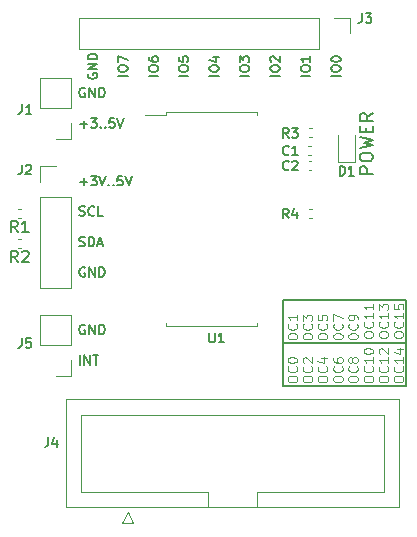
<source format=gbr>
%TF.GenerationSoftware,KiCad,Pcbnew,(6.0.0)*%
%TF.CreationDate,2022-01-19T10:56:36+01:00*%
%TF.ProjectId,CH423_ev_routed,43483432-335f-4657-965f-726f75746564,rev?*%
%TF.SameCoordinates,Original*%
%TF.FileFunction,Legend,Top*%
%TF.FilePolarity,Positive*%
%FSLAX46Y46*%
G04 Gerber Fmt 4.6, Leading zero omitted, Abs format (unit mm)*
G04 Created by KiCad (PCBNEW (6.0.0)) date 2022-01-19 10:56:36*
%MOMM*%
%LPD*%
G01*
G04 APERTURE LIST*
%ADD10C,0.150000*%
%ADD11C,0.100000*%
%ADD12C,0.200000*%
%ADD13C,0.120000*%
G04 APERTURE END LIST*
D10*
X125679200Y-79032100D02*
X115265200Y-79032100D01*
X125679200Y-75412600D02*
X115265200Y-75412600D01*
X115265200Y-75412600D02*
X115265200Y-82651600D01*
X115265200Y-82651600D02*
X125679200Y-82651600D01*
X125679200Y-82651600D02*
X125679200Y-75412600D01*
D11*
X115653104Y-82180242D02*
X115653104Y-82027861D01*
X115691200Y-81951671D01*
X115767390Y-81875480D01*
X115919771Y-81837385D01*
X116186438Y-81837385D01*
X116338819Y-81875480D01*
X116415009Y-81951671D01*
X116453104Y-82027861D01*
X116453104Y-82180242D01*
X116415009Y-82256433D01*
X116338819Y-82332623D01*
X116186438Y-82370719D01*
X115919771Y-82370719D01*
X115767390Y-82332623D01*
X115691200Y-82256433D01*
X115653104Y-82180242D01*
X116376914Y-81037385D02*
X116415009Y-81075480D01*
X116453104Y-81189766D01*
X116453104Y-81265957D01*
X116415009Y-81380242D01*
X116338819Y-81456433D01*
X116262628Y-81494528D01*
X116110247Y-81532623D01*
X115995961Y-81532623D01*
X115843580Y-81494528D01*
X115767390Y-81456433D01*
X115691200Y-81380242D01*
X115653104Y-81265957D01*
X115653104Y-81189766D01*
X115691200Y-81075480D01*
X115729295Y-81037385D01*
X115653104Y-80542147D02*
X115653104Y-80465957D01*
X115691200Y-80389766D01*
X115729295Y-80351671D01*
X115805485Y-80313576D01*
X115957866Y-80275480D01*
X116148342Y-80275480D01*
X116300723Y-80313576D01*
X116376914Y-80351671D01*
X116415009Y-80389766D01*
X116453104Y-80465957D01*
X116453104Y-80542147D01*
X116415009Y-80618338D01*
X116376914Y-80656433D01*
X116300723Y-80694528D01*
X116148342Y-80732623D01*
X115957866Y-80732623D01*
X115805485Y-80694528D01*
X115729295Y-80656433D01*
X115691200Y-80618338D01*
X115653104Y-80542147D01*
X115653104Y-78561195D02*
X115653104Y-78408814D01*
X115691200Y-78332623D01*
X115767390Y-78256433D01*
X115919771Y-78218338D01*
X116186438Y-78218338D01*
X116338819Y-78256433D01*
X116415009Y-78332623D01*
X116453104Y-78408814D01*
X116453104Y-78561195D01*
X116415009Y-78637385D01*
X116338819Y-78713576D01*
X116186438Y-78751671D01*
X115919771Y-78751671D01*
X115767390Y-78713576D01*
X115691200Y-78637385D01*
X115653104Y-78561195D01*
X116376914Y-77418338D02*
X116415009Y-77456433D01*
X116453104Y-77570719D01*
X116453104Y-77646909D01*
X116415009Y-77761195D01*
X116338819Y-77837385D01*
X116262628Y-77875480D01*
X116110247Y-77913576D01*
X115995961Y-77913576D01*
X115843580Y-77875480D01*
X115767390Y-77837385D01*
X115691200Y-77761195D01*
X115653104Y-77646909D01*
X115653104Y-77570719D01*
X115691200Y-77456433D01*
X115729295Y-77418338D01*
X116453104Y-76656433D02*
X116453104Y-77113576D01*
X116453104Y-76885004D02*
X115653104Y-76885004D01*
X115767390Y-76961195D01*
X115843580Y-77037385D01*
X115881676Y-77113576D01*
X116941104Y-82180242D02*
X116941104Y-82027861D01*
X116979200Y-81951671D01*
X117055390Y-81875480D01*
X117207771Y-81837385D01*
X117474438Y-81837385D01*
X117626819Y-81875480D01*
X117703009Y-81951671D01*
X117741104Y-82027861D01*
X117741104Y-82180242D01*
X117703009Y-82256433D01*
X117626819Y-82332623D01*
X117474438Y-82370719D01*
X117207771Y-82370719D01*
X117055390Y-82332623D01*
X116979200Y-82256433D01*
X116941104Y-82180242D01*
X117664914Y-81037385D02*
X117703009Y-81075480D01*
X117741104Y-81189766D01*
X117741104Y-81265957D01*
X117703009Y-81380242D01*
X117626819Y-81456433D01*
X117550628Y-81494528D01*
X117398247Y-81532623D01*
X117283961Y-81532623D01*
X117131580Y-81494528D01*
X117055390Y-81456433D01*
X116979200Y-81380242D01*
X116941104Y-81265957D01*
X116941104Y-81189766D01*
X116979200Y-81075480D01*
X117017295Y-81037385D01*
X117017295Y-80732623D02*
X116979200Y-80694528D01*
X116941104Y-80618338D01*
X116941104Y-80427861D01*
X116979200Y-80351671D01*
X117017295Y-80313576D01*
X117093485Y-80275480D01*
X117169676Y-80275480D01*
X117283961Y-80313576D01*
X117741104Y-80770719D01*
X117741104Y-80275480D01*
X116941104Y-78561195D02*
X116941104Y-78408814D01*
X116979200Y-78332623D01*
X117055390Y-78256433D01*
X117207771Y-78218338D01*
X117474438Y-78218338D01*
X117626819Y-78256433D01*
X117703009Y-78332623D01*
X117741104Y-78408814D01*
X117741104Y-78561195D01*
X117703009Y-78637385D01*
X117626819Y-78713576D01*
X117474438Y-78751671D01*
X117207771Y-78751671D01*
X117055390Y-78713576D01*
X116979200Y-78637385D01*
X116941104Y-78561195D01*
X117664914Y-77418338D02*
X117703009Y-77456433D01*
X117741104Y-77570719D01*
X117741104Y-77646909D01*
X117703009Y-77761195D01*
X117626819Y-77837385D01*
X117550628Y-77875480D01*
X117398247Y-77913576D01*
X117283961Y-77913576D01*
X117131580Y-77875480D01*
X117055390Y-77837385D01*
X116979200Y-77761195D01*
X116941104Y-77646909D01*
X116941104Y-77570719D01*
X116979200Y-77456433D01*
X117017295Y-77418338D01*
X116941104Y-77151671D02*
X116941104Y-76656433D01*
X117245866Y-76923100D01*
X117245866Y-76808814D01*
X117283961Y-76732623D01*
X117322057Y-76694528D01*
X117398247Y-76656433D01*
X117588723Y-76656433D01*
X117664914Y-76694528D01*
X117703009Y-76732623D01*
X117741104Y-76808814D01*
X117741104Y-77037385D01*
X117703009Y-77113576D01*
X117664914Y-77151671D01*
X118229104Y-82180242D02*
X118229104Y-82027861D01*
X118267200Y-81951671D01*
X118343390Y-81875480D01*
X118495771Y-81837385D01*
X118762438Y-81837385D01*
X118914819Y-81875480D01*
X118991009Y-81951671D01*
X119029104Y-82027861D01*
X119029104Y-82180242D01*
X118991009Y-82256433D01*
X118914819Y-82332623D01*
X118762438Y-82370719D01*
X118495771Y-82370719D01*
X118343390Y-82332623D01*
X118267200Y-82256433D01*
X118229104Y-82180242D01*
X118952914Y-81037385D02*
X118991009Y-81075480D01*
X119029104Y-81189766D01*
X119029104Y-81265957D01*
X118991009Y-81380242D01*
X118914819Y-81456433D01*
X118838628Y-81494528D01*
X118686247Y-81532623D01*
X118571961Y-81532623D01*
X118419580Y-81494528D01*
X118343390Y-81456433D01*
X118267200Y-81380242D01*
X118229104Y-81265957D01*
X118229104Y-81189766D01*
X118267200Y-81075480D01*
X118305295Y-81037385D01*
X118495771Y-80351671D02*
X119029104Y-80351671D01*
X118191009Y-80542147D02*
X118762438Y-80732623D01*
X118762438Y-80237385D01*
X118229104Y-78561195D02*
X118229104Y-78408814D01*
X118267200Y-78332623D01*
X118343390Y-78256433D01*
X118495771Y-78218338D01*
X118762438Y-78218338D01*
X118914819Y-78256433D01*
X118991009Y-78332623D01*
X119029104Y-78408814D01*
X119029104Y-78561195D01*
X118991009Y-78637385D01*
X118914819Y-78713576D01*
X118762438Y-78751671D01*
X118495771Y-78751671D01*
X118343390Y-78713576D01*
X118267200Y-78637385D01*
X118229104Y-78561195D01*
X118952914Y-77418338D02*
X118991009Y-77456433D01*
X119029104Y-77570719D01*
X119029104Y-77646909D01*
X118991009Y-77761195D01*
X118914819Y-77837385D01*
X118838628Y-77875480D01*
X118686247Y-77913576D01*
X118571961Y-77913576D01*
X118419580Y-77875480D01*
X118343390Y-77837385D01*
X118267200Y-77761195D01*
X118229104Y-77646909D01*
X118229104Y-77570719D01*
X118267200Y-77456433D01*
X118305295Y-77418338D01*
X118229104Y-76694528D02*
X118229104Y-77075480D01*
X118610057Y-77113576D01*
X118571961Y-77075480D01*
X118533866Y-76999290D01*
X118533866Y-76808814D01*
X118571961Y-76732623D01*
X118610057Y-76694528D01*
X118686247Y-76656433D01*
X118876723Y-76656433D01*
X118952914Y-76694528D01*
X118991009Y-76732623D01*
X119029104Y-76808814D01*
X119029104Y-76999290D01*
X118991009Y-77075480D01*
X118952914Y-77113576D01*
X119517104Y-82180242D02*
X119517104Y-82027861D01*
X119555200Y-81951671D01*
X119631390Y-81875480D01*
X119783771Y-81837385D01*
X120050438Y-81837385D01*
X120202819Y-81875480D01*
X120279009Y-81951671D01*
X120317104Y-82027861D01*
X120317104Y-82180242D01*
X120279009Y-82256433D01*
X120202819Y-82332623D01*
X120050438Y-82370719D01*
X119783771Y-82370719D01*
X119631390Y-82332623D01*
X119555200Y-82256433D01*
X119517104Y-82180242D01*
X120240914Y-81037385D02*
X120279009Y-81075480D01*
X120317104Y-81189766D01*
X120317104Y-81265957D01*
X120279009Y-81380242D01*
X120202819Y-81456433D01*
X120126628Y-81494528D01*
X119974247Y-81532623D01*
X119859961Y-81532623D01*
X119707580Y-81494528D01*
X119631390Y-81456433D01*
X119555200Y-81380242D01*
X119517104Y-81265957D01*
X119517104Y-81189766D01*
X119555200Y-81075480D01*
X119593295Y-81037385D01*
X119517104Y-80351671D02*
X119517104Y-80504052D01*
X119555200Y-80580242D01*
X119593295Y-80618338D01*
X119707580Y-80694528D01*
X119859961Y-80732623D01*
X120164723Y-80732623D01*
X120240914Y-80694528D01*
X120279009Y-80656433D01*
X120317104Y-80580242D01*
X120317104Y-80427861D01*
X120279009Y-80351671D01*
X120240914Y-80313576D01*
X120164723Y-80275480D01*
X119974247Y-80275480D01*
X119898057Y-80313576D01*
X119859961Y-80351671D01*
X119821866Y-80427861D01*
X119821866Y-80580242D01*
X119859961Y-80656433D01*
X119898057Y-80694528D01*
X119974247Y-80732623D01*
X119517104Y-78561195D02*
X119517104Y-78408814D01*
X119555200Y-78332623D01*
X119631390Y-78256433D01*
X119783771Y-78218338D01*
X120050438Y-78218338D01*
X120202819Y-78256433D01*
X120279009Y-78332623D01*
X120317104Y-78408814D01*
X120317104Y-78561195D01*
X120279009Y-78637385D01*
X120202819Y-78713576D01*
X120050438Y-78751671D01*
X119783771Y-78751671D01*
X119631390Y-78713576D01*
X119555200Y-78637385D01*
X119517104Y-78561195D01*
X120240914Y-77418338D02*
X120279009Y-77456433D01*
X120317104Y-77570719D01*
X120317104Y-77646909D01*
X120279009Y-77761195D01*
X120202819Y-77837385D01*
X120126628Y-77875480D01*
X119974247Y-77913576D01*
X119859961Y-77913576D01*
X119707580Y-77875480D01*
X119631390Y-77837385D01*
X119555200Y-77761195D01*
X119517104Y-77646909D01*
X119517104Y-77570719D01*
X119555200Y-77456433D01*
X119593295Y-77418338D01*
X119517104Y-77151671D02*
X119517104Y-76618338D01*
X120317104Y-76961195D01*
X120805104Y-82180242D02*
X120805104Y-82027861D01*
X120843200Y-81951671D01*
X120919390Y-81875480D01*
X121071771Y-81837385D01*
X121338438Y-81837385D01*
X121490819Y-81875480D01*
X121567009Y-81951671D01*
X121605104Y-82027861D01*
X121605104Y-82180242D01*
X121567009Y-82256433D01*
X121490819Y-82332623D01*
X121338438Y-82370719D01*
X121071771Y-82370719D01*
X120919390Y-82332623D01*
X120843200Y-82256433D01*
X120805104Y-82180242D01*
X121528914Y-81037385D02*
X121567009Y-81075480D01*
X121605104Y-81189766D01*
X121605104Y-81265957D01*
X121567009Y-81380242D01*
X121490819Y-81456433D01*
X121414628Y-81494528D01*
X121262247Y-81532623D01*
X121147961Y-81532623D01*
X120995580Y-81494528D01*
X120919390Y-81456433D01*
X120843200Y-81380242D01*
X120805104Y-81265957D01*
X120805104Y-81189766D01*
X120843200Y-81075480D01*
X120881295Y-81037385D01*
X121147961Y-80580242D02*
X121109866Y-80656433D01*
X121071771Y-80694528D01*
X120995580Y-80732623D01*
X120957485Y-80732623D01*
X120881295Y-80694528D01*
X120843200Y-80656433D01*
X120805104Y-80580242D01*
X120805104Y-80427861D01*
X120843200Y-80351671D01*
X120881295Y-80313576D01*
X120957485Y-80275480D01*
X120995580Y-80275480D01*
X121071771Y-80313576D01*
X121109866Y-80351671D01*
X121147961Y-80427861D01*
X121147961Y-80580242D01*
X121186057Y-80656433D01*
X121224152Y-80694528D01*
X121300342Y-80732623D01*
X121452723Y-80732623D01*
X121528914Y-80694528D01*
X121567009Y-80656433D01*
X121605104Y-80580242D01*
X121605104Y-80427861D01*
X121567009Y-80351671D01*
X121528914Y-80313576D01*
X121452723Y-80275480D01*
X121300342Y-80275480D01*
X121224152Y-80313576D01*
X121186057Y-80351671D01*
X121147961Y-80427861D01*
X120805104Y-78561195D02*
X120805104Y-78408814D01*
X120843200Y-78332623D01*
X120919390Y-78256433D01*
X121071771Y-78218338D01*
X121338438Y-78218338D01*
X121490819Y-78256433D01*
X121567009Y-78332623D01*
X121605104Y-78408814D01*
X121605104Y-78561195D01*
X121567009Y-78637385D01*
X121490819Y-78713576D01*
X121338438Y-78751671D01*
X121071771Y-78751671D01*
X120919390Y-78713576D01*
X120843200Y-78637385D01*
X120805104Y-78561195D01*
X121528914Y-77418338D02*
X121567009Y-77456433D01*
X121605104Y-77570719D01*
X121605104Y-77646909D01*
X121567009Y-77761195D01*
X121490819Y-77837385D01*
X121414628Y-77875480D01*
X121262247Y-77913576D01*
X121147961Y-77913576D01*
X120995580Y-77875480D01*
X120919390Y-77837385D01*
X120843200Y-77761195D01*
X120805104Y-77646909D01*
X120805104Y-77570719D01*
X120843200Y-77456433D01*
X120881295Y-77418338D01*
X121605104Y-77037385D02*
X121605104Y-76885004D01*
X121567009Y-76808814D01*
X121528914Y-76770719D01*
X121414628Y-76694528D01*
X121262247Y-76656433D01*
X120957485Y-76656433D01*
X120881295Y-76694528D01*
X120843200Y-76732623D01*
X120805104Y-76808814D01*
X120805104Y-76961195D01*
X120843200Y-77037385D01*
X120881295Y-77075480D01*
X120957485Y-77113576D01*
X121147961Y-77113576D01*
X121224152Y-77075480D01*
X121262247Y-77037385D01*
X121300342Y-76961195D01*
X121300342Y-76808814D01*
X121262247Y-76732623D01*
X121224152Y-76694528D01*
X121147961Y-76656433D01*
X122093104Y-82180242D02*
X122093104Y-82027861D01*
X122131200Y-81951671D01*
X122207390Y-81875480D01*
X122359771Y-81837385D01*
X122626438Y-81837385D01*
X122778819Y-81875480D01*
X122855009Y-81951671D01*
X122893104Y-82027861D01*
X122893104Y-82180242D01*
X122855009Y-82256433D01*
X122778819Y-82332623D01*
X122626438Y-82370719D01*
X122359771Y-82370719D01*
X122207390Y-82332623D01*
X122131200Y-82256433D01*
X122093104Y-82180242D01*
X122816914Y-81037385D02*
X122855009Y-81075480D01*
X122893104Y-81189766D01*
X122893104Y-81265957D01*
X122855009Y-81380242D01*
X122778819Y-81456433D01*
X122702628Y-81494528D01*
X122550247Y-81532623D01*
X122435961Y-81532623D01*
X122283580Y-81494528D01*
X122207390Y-81456433D01*
X122131200Y-81380242D01*
X122093104Y-81265957D01*
X122093104Y-81189766D01*
X122131200Y-81075480D01*
X122169295Y-81037385D01*
X122893104Y-80275480D02*
X122893104Y-80732623D01*
X122893104Y-80504052D02*
X122093104Y-80504052D01*
X122207390Y-80580242D01*
X122283580Y-80656433D01*
X122321676Y-80732623D01*
X122093104Y-79780242D02*
X122093104Y-79704052D01*
X122131200Y-79627861D01*
X122169295Y-79589766D01*
X122245485Y-79551671D01*
X122397866Y-79513576D01*
X122588342Y-79513576D01*
X122740723Y-79551671D01*
X122816914Y-79589766D01*
X122855009Y-79627861D01*
X122893104Y-79704052D01*
X122893104Y-79780242D01*
X122855009Y-79856433D01*
X122816914Y-79894528D01*
X122740723Y-79932623D01*
X122588342Y-79970719D01*
X122397866Y-79970719D01*
X122245485Y-79932623D01*
X122169295Y-79894528D01*
X122131200Y-79856433D01*
X122093104Y-79780242D01*
X122093104Y-78408814D02*
X122093104Y-78256433D01*
X122131200Y-78180242D01*
X122207390Y-78104052D01*
X122359771Y-78065957D01*
X122626438Y-78065957D01*
X122778819Y-78104052D01*
X122855009Y-78180242D01*
X122893104Y-78256433D01*
X122893104Y-78408814D01*
X122855009Y-78485004D01*
X122778819Y-78561195D01*
X122626438Y-78599290D01*
X122359771Y-78599290D01*
X122207390Y-78561195D01*
X122131200Y-78485004D01*
X122093104Y-78408814D01*
X122816914Y-77265957D02*
X122855009Y-77304052D01*
X122893104Y-77418338D01*
X122893104Y-77494528D01*
X122855009Y-77608814D01*
X122778819Y-77685004D01*
X122702628Y-77723100D01*
X122550247Y-77761195D01*
X122435961Y-77761195D01*
X122283580Y-77723100D01*
X122207390Y-77685004D01*
X122131200Y-77608814D01*
X122093104Y-77494528D01*
X122093104Y-77418338D01*
X122131200Y-77304052D01*
X122169295Y-77265957D01*
X122893104Y-76504052D02*
X122893104Y-76961195D01*
X122893104Y-76732623D02*
X122093104Y-76732623D01*
X122207390Y-76808814D01*
X122283580Y-76885004D01*
X122321676Y-76961195D01*
X122893104Y-75742147D02*
X122893104Y-76199290D01*
X122893104Y-75970719D02*
X122093104Y-75970719D01*
X122207390Y-76046909D01*
X122283580Y-76123100D01*
X122321676Y-76199290D01*
X123381104Y-82180242D02*
X123381104Y-82027861D01*
X123419200Y-81951671D01*
X123495390Y-81875480D01*
X123647771Y-81837385D01*
X123914438Y-81837385D01*
X124066819Y-81875480D01*
X124143009Y-81951671D01*
X124181104Y-82027861D01*
X124181104Y-82180242D01*
X124143009Y-82256433D01*
X124066819Y-82332623D01*
X123914438Y-82370719D01*
X123647771Y-82370719D01*
X123495390Y-82332623D01*
X123419200Y-82256433D01*
X123381104Y-82180242D01*
X124104914Y-81037385D02*
X124143009Y-81075480D01*
X124181104Y-81189766D01*
X124181104Y-81265957D01*
X124143009Y-81380242D01*
X124066819Y-81456433D01*
X123990628Y-81494528D01*
X123838247Y-81532623D01*
X123723961Y-81532623D01*
X123571580Y-81494528D01*
X123495390Y-81456433D01*
X123419200Y-81380242D01*
X123381104Y-81265957D01*
X123381104Y-81189766D01*
X123419200Y-81075480D01*
X123457295Y-81037385D01*
X124181104Y-80275480D02*
X124181104Y-80732623D01*
X124181104Y-80504052D02*
X123381104Y-80504052D01*
X123495390Y-80580242D01*
X123571580Y-80656433D01*
X123609676Y-80732623D01*
X123457295Y-79970719D02*
X123419200Y-79932623D01*
X123381104Y-79856433D01*
X123381104Y-79665957D01*
X123419200Y-79589766D01*
X123457295Y-79551671D01*
X123533485Y-79513576D01*
X123609676Y-79513576D01*
X123723961Y-79551671D01*
X124181104Y-80008814D01*
X124181104Y-79513576D01*
X123381104Y-78408814D02*
X123381104Y-78256433D01*
X123419200Y-78180242D01*
X123495390Y-78104052D01*
X123647771Y-78065957D01*
X123914438Y-78065957D01*
X124066819Y-78104052D01*
X124143009Y-78180242D01*
X124181104Y-78256433D01*
X124181104Y-78408814D01*
X124143009Y-78485004D01*
X124066819Y-78561195D01*
X123914438Y-78599290D01*
X123647771Y-78599290D01*
X123495390Y-78561195D01*
X123419200Y-78485004D01*
X123381104Y-78408814D01*
X124104914Y-77265957D02*
X124143009Y-77304052D01*
X124181104Y-77418338D01*
X124181104Y-77494528D01*
X124143009Y-77608814D01*
X124066819Y-77685004D01*
X123990628Y-77723100D01*
X123838247Y-77761195D01*
X123723961Y-77761195D01*
X123571580Y-77723100D01*
X123495390Y-77685004D01*
X123419200Y-77608814D01*
X123381104Y-77494528D01*
X123381104Y-77418338D01*
X123419200Y-77304052D01*
X123457295Y-77265957D01*
X124181104Y-76504052D02*
X124181104Y-76961195D01*
X124181104Y-76732623D02*
X123381104Y-76732623D01*
X123495390Y-76808814D01*
X123571580Y-76885004D01*
X123609676Y-76961195D01*
X123381104Y-76237385D02*
X123381104Y-75742147D01*
X123685866Y-76008814D01*
X123685866Y-75894528D01*
X123723961Y-75818338D01*
X123762057Y-75780242D01*
X123838247Y-75742147D01*
X124028723Y-75742147D01*
X124104914Y-75780242D01*
X124143009Y-75818338D01*
X124181104Y-75894528D01*
X124181104Y-76123100D01*
X124143009Y-76199290D01*
X124104914Y-76237385D01*
X124669104Y-82180242D02*
X124669104Y-82027861D01*
X124707200Y-81951671D01*
X124783390Y-81875480D01*
X124935771Y-81837385D01*
X125202438Y-81837385D01*
X125354819Y-81875480D01*
X125431009Y-81951671D01*
X125469104Y-82027861D01*
X125469104Y-82180242D01*
X125431009Y-82256433D01*
X125354819Y-82332623D01*
X125202438Y-82370719D01*
X124935771Y-82370719D01*
X124783390Y-82332623D01*
X124707200Y-82256433D01*
X124669104Y-82180242D01*
X125392914Y-81037385D02*
X125431009Y-81075480D01*
X125469104Y-81189766D01*
X125469104Y-81265957D01*
X125431009Y-81380242D01*
X125354819Y-81456433D01*
X125278628Y-81494528D01*
X125126247Y-81532623D01*
X125011961Y-81532623D01*
X124859580Y-81494528D01*
X124783390Y-81456433D01*
X124707200Y-81380242D01*
X124669104Y-81265957D01*
X124669104Y-81189766D01*
X124707200Y-81075480D01*
X124745295Y-81037385D01*
X125469104Y-80275480D02*
X125469104Y-80732623D01*
X125469104Y-80504052D02*
X124669104Y-80504052D01*
X124783390Y-80580242D01*
X124859580Y-80656433D01*
X124897676Y-80732623D01*
X124935771Y-79589766D02*
X125469104Y-79589766D01*
X124631009Y-79780242D02*
X125202438Y-79970719D01*
X125202438Y-79475480D01*
X124669104Y-78408814D02*
X124669104Y-78256433D01*
X124707200Y-78180242D01*
X124783390Y-78104052D01*
X124935771Y-78065957D01*
X125202438Y-78065957D01*
X125354819Y-78104052D01*
X125431009Y-78180242D01*
X125469104Y-78256433D01*
X125469104Y-78408814D01*
X125431009Y-78485004D01*
X125354819Y-78561195D01*
X125202438Y-78599290D01*
X124935771Y-78599290D01*
X124783390Y-78561195D01*
X124707200Y-78485004D01*
X124669104Y-78408814D01*
X125392914Y-77265957D02*
X125431009Y-77304052D01*
X125469104Y-77418338D01*
X125469104Y-77494528D01*
X125431009Y-77608814D01*
X125354819Y-77685004D01*
X125278628Y-77723100D01*
X125126247Y-77761195D01*
X125011961Y-77761195D01*
X124859580Y-77723100D01*
X124783390Y-77685004D01*
X124707200Y-77608814D01*
X124669104Y-77494528D01*
X124669104Y-77418338D01*
X124707200Y-77304052D01*
X124745295Y-77265957D01*
X125469104Y-76504052D02*
X125469104Y-76961195D01*
X125469104Y-76732623D02*
X124669104Y-76732623D01*
X124783390Y-76808814D01*
X124859580Y-76885004D01*
X124897676Y-76961195D01*
X124669104Y-75780242D02*
X124669104Y-76161195D01*
X125050057Y-76199290D01*
X125011961Y-76161195D01*
X124973866Y-76085004D01*
X124973866Y-75894528D01*
X125011961Y-75818338D01*
X125050057Y-75780242D01*
X125126247Y-75742147D01*
X125316723Y-75742147D01*
X125392914Y-75780242D01*
X125431009Y-75818338D01*
X125469104Y-75894528D01*
X125469104Y-76085004D01*
X125431009Y-76161195D01*
X125392914Y-76199290D01*
D10*
X98497023Y-77560000D02*
X98420833Y-77521904D01*
X98306547Y-77521904D01*
X98192261Y-77560000D01*
X98116071Y-77636190D01*
X98077976Y-77712380D01*
X98039880Y-77864761D01*
X98039880Y-77979047D01*
X98077976Y-78131428D01*
X98116071Y-78207619D01*
X98192261Y-78283809D01*
X98306547Y-78321904D01*
X98382738Y-78321904D01*
X98497023Y-78283809D01*
X98535119Y-78245714D01*
X98535119Y-77979047D01*
X98382738Y-77979047D01*
X98877976Y-78321904D02*
X98877976Y-77521904D01*
X99335119Y-78321904D01*
X99335119Y-77521904D01*
X99716071Y-78321904D02*
X99716071Y-77521904D01*
X99906547Y-77521904D01*
X100020833Y-77560000D01*
X100097023Y-77636190D01*
X100135119Y-77712380D01*
X100173214Y-77864761D01*
X100173214Y-77979047D01*
X100135119Y-78131428D01*
X100097023Y-78207619D01*
X100020833Y-78283809D01*
X99906547Y-78321904D01*
X99716071Y-78321904D01*
X98077976Y-80897904D02*
X98077976Y-80097904D01*
X98458928Y-80897904D02*
X98458928Y-80097904D01*
X98916071Y-80897904D01*
X98916071Y-80097904D01*
X99182738Y-80097904D02*
X99639880Y-80097904D01*
X99411309Y-80897904D02*
X99411309Y-80097904D01*
X98497023Y-57494000D02*
X98420833Y-57455904D01*
X98306547Y-57455904D01*
X98192261Y-57494000D01*
X98116071Y-57570190D01*
X98077976Y-57646380D01*
X98039880Y-57798761D01*
X98039880Y-57913047D01*
X98077976Y-58065428D01*
X98116071Y-58141619D01*
X98192261Y-58217809D01*
X98306547Y-58255904D01*
X98382738Y-58255904D01*
X98497023Y-58217809D01*
X98535119Y-58179714D01*
X98535119Y-57913047D01*
X98382738Y-57913047D01*
X98877976Y-58255904D02*
X98877976Y-57455904D01*
X99335119Y-58255904D01*
X99335119Y-57455904D01*
X99716071Y-58255904D02*
X99716071Y-57455904D01*
X99906547Y-57455904D01*
X100020833Y-57494000D01*
X100097023Y-57570190D01*
X100135119Y-57646380D01*
X100173214Y-57798761D01*
X100173214Y-57913047D01*
X100135119Y-58065428D01*
X100097023Y-58141619D01*
X100020833Y-58217809D01*
X99906547Y-58255904D01*
X99716071Y-58255904D01*
X98077976Y-60527142D02*
X98687500Y-60527142D01*
X98382738Y-60831904D02*
X98382738Y-60222380D01*
X98992261Y-60031904D02*
X99487500Y-60031904D01*
X99220833Y-60336666D01*
X99335119Y-60336666D01*
X99411309Y-60374761D01*
X99449404Y-60412857D01*
X99487500Y-60489047D01*
X99487500Y-60679523D01*
X99449404Y-60755714D01*
X99411309Y-60793809D01*
X99335119Y-60831904D01*
X99106547Y-60831904D01*
X99030357Y-60793809D01*
X98992261Y-60755714D01*
X99830357Y-60755714D02*
X99868452Y-60793809D01*
X99830357Y-60831904D01*
X99792261Y-60793809D01*
X99830357Y-60755714D01*
X99830357Y-60831904D01*
X100211309Y-60755714D02*
X100249404Y-60793809D01*
X100211309Y-60831904D01*
X100173214Y-60793809D01*
X100211309Y-60755714D01*
X100211309Y-60831904D01*
X100973214Y-60031904D02*
X100592261Y-60031904D01*
X100554166Y-60412857D01*
X100592261Y-60374761D01*
X100668452Y-60336666D01*
X100858928Y-60336666D01*
X100935119Y-60374761D01*
X100973214Y-60412857D01*
X101011309Y-60489047D01*
X101011309Y-60679523D01*
X100973214Y-60755714D01*
X100935119Y-60793809D01*
X100858928Y-60831904D01*
X100668452Y-60831904D01*
X100592261Y-60793809D01*
X100554166Y-60755714D01*
X101239880Y-60031904D02*
X101506547Y-60831904D01*
X101773214Y-60031904D01*
X98077976Y-65408142D02*
X98687500Y-65408142D01*
X98382738Y-65712904D02*
X98382738Y-65103380D01*
X98992261Y-64912904D02*
X99487500Y-64912904D01*
X99220833Y-65217666D01*
X99335119Y-65217666D01*
X99411309Y-65255761D01*
X99449404Y-65293857D01*
X99487500Y-65370047D01*
X99487500Y-65560523D01*
X99449404Y-65636714D01*
X99411309Y-65674809D01*
X99335119Y-65712904D01*
X99106547Y-65712904D01*
X99030357Y-65674809D01*
X98992261Y-65636714D01*
X99716071Y-64912904D02*
X99982738Y-65712904D01*
X100249404Y-64912904D01*
X100516071Y-65636714D02*
X100554166Y-65674809D01*
X100516071Y-65712904D01*
X100477976Y-65674809D01*
X100516071Y-65636714D01*
X100516071Y-65712904D01*
X100897023Y-65636714D02*
X100935119Y-65674809D01*
X100897023Y-65712904D01*
X100858928Y-65674809D01*
X100897023Y-65636714D01*
X100897023Y-65712904D01*
X101658928Y-64912904D02*
X101277976Y-64912904D01*
X101239880Y-65293857D01*
X101277976Y-65255761D01*
X101354166Y-65217666D01*
X101544642Y-65217666D01*
X101620833Y-65255761D01*
X101658928Y-65293857D01*
X101697023Y-65370047D01*
X101697023Y-65560523D01*
X101658928Y-65636714D01*
X101620833Y-65674809D01*
X101544642Y-65712904D01*
X101354166Y-65712904D01*
X101277976Y-65674809D01*
X101239880Y-65636714D01*
X101925595Y-64912904D02*
X102192261Y-65712904D01*
X102458928Y-64912904D01*
X98039880Y-68250809D02*
X98154166Y-68288904D01*
X98344642Y-68288904D01*
X98420833Y-68250809D01*
X98458928Y-68212714D01*
X98497023Y-68136523D01*
X98497023Y-68060333D01*
X98458928Y-67984142D01*
X98420833Y-67946047D01*
X98344642Y-67907952D01*
X98192261Y-67869857D01*
X98116071Y-67831761D01*
X98077976Y-67793666D01*
X98039880Y-67717476D01*
X98039880Y-67641285D01*
X98077976Y-67565095D01*
X98116071Y-67527000D01*
X98192261Y-67488904D01*
X98382738Y-67488904D01*
X98497023Y-67527000D01*
X99297023Y-68212714D02*
X99258928Y-68250809D01*
X99144642Y-68288904D01*
X99068452Y-68288904D01*
X98954166Y-68250809D01*
X98877976Y-68174619D01*
X98839880Y-68098428D01*
X98801785Y-67946047D01*
X98801785Y-67831761D01*
X98839880Y-67679380D01*
X98877976Y-67603190D01*
X98954166Y-67527000D01*
X99068452Y-67488904D01*
X99144642Y-67488904D01*
X99258928Y-67527000D01*
X99297023Y-67565095D01*
X100020833Y-68288904D02*
X99639880Y-68288904D01*
X99639880Y-67488904D01*
X98039880Y-70826809D02*
X98154166Y-70864904D01*
X98344642Y-70864904D01*
X98420833Y-70826809D01*
X98458928Y-70788714D01*
X98497023Y-70712523D01*
X98497023Y-70636333D01*
X98458928Y-70560142D01*
X98420833Y-70522047D01*
X98344642Y-70483952D01*
X98192261Y-70445857D01*
X98116071Y-70407761D01*
X98077976Y-70369666D01*
X98039880Y-70293476D01*
X98039880Y-70217285D01*
X98077976Y-70141095D01*
X98116071Y-70103000D01*
X98192261Y-70064904D01*
X98382738Y-70064904D01*
X98497023Y-70103000D01*
X98839880Y-70864904D02*
X98839880Y-70064904D01*
X99030357Y-70064904D01*
X99144642Y-70103000D01*
X99220833Y-70179190D01*
X99258928Y-70255380D01*
X99297023Y-70407761D01*
X99297023Y-70522047D01*
X99258928Y-70674428D01*
X99220833Y-70750619D01*
X99144642Y-70826809D01*
X99030357Y-70864904D01*
X98839880Y-70864904D01*
X99601785Y-70636333D02*
X99982738Y-70636333D01*
X99525595Y-70864904D02*
X99792261Y-70064904D01*
X100058928Y-70864904D01*
X98497023Y-72679000D02*
X98420833Y-72640904D01*
X98306547Y-72640904D01*
X98192261Y-72679000D01*
X98116071Y-72755190D01*
X98077976Y-72831380D01*
X98039880Y-72983761D01*
X98039880Y-73098047D01*
X98077976Y-73250428D01*
X98116071Y-73326619D01*
X98192261Y-73402809D01*
X98306547Y-73440904D01*
X98382738Y-73440904D01*
X98497023Y-73402809D01*
X98535119Y-73364714D01*
X98535119Y-73098047D01*
X98382738Y-73098047D01*
X98877976Y-73440904D02*
X98877976Y-72640904D01*
X99335119Y-73440904D01*
X99335119Y-72640904D01*
X99716071Y-73440904D02*
X99716071Y-72640904D01*
X99906547Y-72640904D01*
X100020833Y-72679000D01*
X100097023Y-72755190D01*
X100135119Y-72831380D01*
X100173214Y-72983761D01*
X100173214Y-73098047D01*
X100135119Y-73250428D01*
X100097023Y-73326619D01*
X100020833Y-73402809D01*
X99906547Y-73440904D01*
X99716071Y-73440904D01*
X98770000Y-56235523D02*
X98731904Y-56311714D01*
X98731904Y-56426000D01*
X98770000Y-56540285D01*
X98846190Y-56616476D01*
X98922380Y-56654571D01*
X99074761Y-56692666D01*
X99189047Y-56692666D01*
X99341428Y-56654571D01*
X99417619Y-56616476D01*
X99493809Y-56540285D01*
X99531904Y-56426000D01*
X99531904Y-56349809D01*
X99493809Y-56235523D01*
X99455714Y-56197428D01*
X99189047Y-56197428D01*
X99189047Y-56349809D01*
X99531904Y-55854571D02*
X98731904Y-55854571D01*
X99531904Y-55397428D01*
X98731904Y-55397428D01*
X99531904Y-55016476D02*
X98731904Y-55016476D01*
X98731904Y-54826000D01*
X98770000Y-54711714D01*
X98846190Y-54635523D01*
X98922380Y-54597428D01*
X99074761Y-54559333D01*
X99189047Y-54559333D01*
X99341428Y-54597428D01*
X99417619Y-54635523D01*
X99493809Y-54711714D01*
X99531904Y-54826000D01*
X99531904Y-55016476D01*
X102107904Y-56426000D02*
X101307904Y-56426000D01*
X101307904Y-55892666D02*
X101307904Y-55740285D01*
X101346000Y-55664095D01*
X101422190Y-55587904D01*
X101574571Y-55549809D01*
X101841238Y-55549809D01*
X101993619Y-55587904D01*
X102069809Y-55664095D01*
X102107904Y-55740285D01*
X102107904Y-55892666D01*
X102069809Y-55968857D01*
X101993619Y-56045047D01*
X101841238Y-56083142D01*
X101574571Y-56083142D01*
X101422190Y-56045047D01*
X101346000Y-55968857D01*
X101307904Y-55892666D01*
X101307904Y-55283142D02*
X101307904Y-54749809D01*
X102107904Y-55092666D01*
X104683904Y-56426000D02*
X103883904Y-56426000D01*
X103883904Y-55892666D02*
X103883904Y-55740285D01*
X103922000Y-55664095D01*
X103998190Y-55587904D01*
X104150571Y-55549809D01*
X104417238Y-55549809D01*
X104569619Y-55587904D01*
X104645809Y-55664095D01*
X104683904Y-55740285D01*
X104683904Y-55892666D01*
X104645809Y-55968857D01*
X104569619Y-56045047D01*
X104417238Y-56083142D01*
X104150571Y-56083142D01*
X103998190Y-56045047D01*
X103922000Y-55968857D01*
X103883904Y-55892666D01*
X103883904Y-54864095D02*
X103883904Y-55016476D01*
X103922000Y-55092666D01*
X103960095Y-55130761D01*
X104074380Y-55206952D01*
X104226761Y-55245047D01*
X104531523Y-55245047D01*
X104607714Y-55206952D01*
X104645809Y-55168857D01*
X104683904Y-55092666D01*
X104683904Y-54940285D01*
X104645809Y-54864095D01*
X104607714Y-54826000D01*
X104531523Y-54787904D01*
X104341047Y-54787904D01*
X104264857Y-54826000D01*
X104226761Y-54864095D01*
X104188666Y-54940285D01*
X104188666Y-55092666D01*
X104226761Y-55168857D01*
X104264857Y-55206952D01*
X104341047Y-55245047D01*
X107259904Y-56426000D02*
X106459904Y-56426000D01*
X106459904Y-55892666D02*
X106459904Y-55740285D01*
X106498000Y-55664095D01*
X106574190Y-55587904D01*
X106726571Y-55549809D01*
X106993238Y-55549809D01*
X107145619Y-55587904D01*
X107221809Y-55664095D01*
X107259904Y-55740285D01*
X107259904Y-55892666D01*
X107221809Y-55968857D01*
X107145619Y-56045047D01*
X106993238Y-56083142D01*
X106726571Y-56083142D01*
X106574190Y-56045047D01*
X106498000Y-55968857D01*
X106459904Y-55892666D01*
X106459904Y-54826000D02*
X106459904Y-55206952D01*
X106840857Y-55245047D01*
X106802761Y-55206952D01*
X106764666Y-55130761D01*
X106764666Y-54940285D01*
X106802761Y-54864095D01*
X106840857Y-54826000D01*
X106917047Y-54787904D01*
X107107523Y-54787904D01*
X107183714Y-54826000D01*
X107221809Y-54864095D01*
X107259904Y-54940285D01*
X107259904Y-55130761D01*
X107221809Y-55206952D01*
X107183714Y-55245047D01*
X109835904Y-56426000D02*
X109035904Y-56426000D01*
X109035904Y-55892666D02*
X109035904Y-55740285D01*
X109074000Y-55664095D01*
X109150190Y-55587904D01*
X109302571Y-55549809D01*
X109569238Y-55549809D01*
X109721619Y-55587904D01*
X109797809Y-55664095D01*
X109835904Y-55740285D01*
X109835904Y-55892666D01*
X109797809Y-55968857D01*
X109721619Y-56045047D01*
X109569238Y-56083142D01*
X109302571Y-56083142D01*
X109150190Y-56045047D01*
X109074000Y-55968857D01*
X109035904Y-55892666D01*
X109302571Y-54864095D02*
X109835904Y-54864095D01*
X108997809Y-55054571D02*
X109569238Y-55245047D01*
X109569238Y-54749809D01*
X112411904Y-56426000D02*
X111611904Y-56426000D01*
X111611904Y-55892666D02*
X111611904Y-55740285D01*
X111650000Y-55664095D01*
X111726190Y-55587904D01*
X111878571Y-55549809D01*
X112145238Y-55549809D01*
X112297619Y-55587904D01*
X112373809Y-55664095D01*
X112411904Y-55740285D01*
X112411904Y-55892666D01*
X112373809Y-55968857D01*
X112297619Y-56045047D01*
X112145238Y-56083142D01*
X111878571Y-56083142D01*
X111726190Y-56045047D01*
X111650000Y-55968857D01*
X111611904Y-55892666D01*
X111611904Y-55283142D02*
X111611904Y-54787904D01*
X111916666Y-55054571D01*
X111916666Y-54940285D01*
X111954761Y-54864095D01*
X111992857Y-54826000D01*
X112069047Y-54787904D01*
X112259523Y-54787904D01*
X112335714Y-54826000D01*
X112373809Y-54864095D01*
X112411904Y-54940285D01*
X112411904Y-55168857D01*
X112373809Y-55245047D01*
X112335714Y-55283142D01*
X114987904Y-56426000D02*
X114187904Y-56426000D01*
X114187904Y-55892666D02*
X114187904Y-55740285D01*
X114226000Y-55664095D01*
X114302190Y-55587904D01*
X114454571Y-55549809D01*
X114721238Y-55549809D01*
X114873619Y-55587904D01*
X114949809Y-55664095D01*
X114987904Y-55740285D01*
X114987904Y-55892666D01*
X114949809Y-55968857D01*
X114873619Y-56045047D01*
X114721238Y-56083142D01*
X114454571Y-56083142D01*
X114302190Y-56045047D01*
X114226000Y-55968857D01*
X114187904Y-55892666D01*
X114264095Y-55245047D02*
X114226000Y-55206952D01*
X114187904Y-55130761D01*
X114187904Y-54940285D01*
X114226000Y-54864095D01*
X114264095Y-54826000D01*
X114340285Y-54787904D01*
X114416476Y-54787904D01*
X114530761Y-54826000D01*
X114987904Y-55283142D01*
X114987904Y-54787904D01*
X117563904Y-56426000D02*
X116763904Y-56426000D01*
X116763904Y-55892666D02*
X116763904Y-55740285D01*
X116802000Y-55664095D01*
X116878190Y-55587904D01*
X117030571Y-55549809D01*
X117297238Y-55549809D01*
X117449619Y-55587904D01*
X117525809Y-55664095D01*
X117563904Y-55740285D01*
X117563904Y-55892666D01*
X117525809Y-55968857D01*
X117449619Y-56045047D01*
X117297238Y-56083142D01*
X117030571Y-56083142D01*
X116878190Y-56045047D01*
X116802000Y-55968857D01*
X116763904Y-55892666D01*
X117563904Y-54787904D02*
X117563904Y-55245047D01*
X117563904Y-55016476D02*
X116763904Y-55016476D01*
X116878190Y-55092666D01*
X116954380Y-55168857D01*
X116992476Y-55245047D01*
X120139904Y-56426000D02*
X119339904Y-56426000D01*
X119339904Y-55892666D02*
X119339904Y-55740285D01*
X119378000Y-55664095D01*
X119454190Y-55587904D01*
X119606571Y-55549809D01*
X119873238Y-55549809D01*
X120025619Y-55587904D01*
X120101809Y-55664095D01*
X120139904Y-55740285D01*
X120139904Y-55892666D01*
X120101809Y-55968857D01*
X120025619Y-56045047D01*
X119873238Y-56083142D01*
X119606571Y-56083142D01*
X119454190Y-56045047D01*
X119378000Y-55968857D01*
X119339904Y-55892666D01*
X119339904Y-55054571D02*
X119339904Y-54978380D01*
X119378000Y-54902190D01*
X119416095Y-54864095D01*
X119492285Y-54826000D01*
X119644666Y-54787904D01*
X119835142Y-54787904D01*
X119987523Y-54826000D01*
X120063714Y-54864095D01*
X120101809Y-54902190D01*
X120139904Y-54978380D01*
X120139904Y-55054571D01*
X120101809Y-55130761D01*
X120063714Y-55168857D01*
X119987523Y-55206952D01*
X119835142Y-55245047D01*
X119644666Y-55245047D01*
X119492285Y-55206952D01*
X119416095Y-55168857D01*
X119378000Y-55130761D01*
X119339904Y-55054571D01*
X115741466Y-61677504D02*
X115474800Y-61296552D01*
X115284323Y-61677504D02*
X115284323Y-60877504D01*
X115589085Y-60877504D01*
X115665276Y-60915600D01*
X115703371Y-60953695D01*
X115741466Y-61029885D01*
X115741466Y-61144171D01*
X115703371Y-61220361D01*
X115665276Y-61258457D01*
X115589085Y-61296552D01*
X115284323Y-61296552D01*
X116008133Y-60877504D02*
X116503371Y-60877504D01*
X116236704Y-61182266D01*
X116350990Y-61182266D01*
X116427180Y-61220361D01*
X116465276Y-61258457D01*
X116503371Y-61334647D01*
X116503371Y-61525123D01*
X116465276Y-61601314D01*
X116427180Y-61639409D01*
X116350990Y-61677504D01*
X116122419Y-61677504D01*
X116046228Y-61639409D01*
X116008133Y-61601314D01*
X93154533Y-63976304D02*
X93154533Y-64547733D01*
X93116438Y-64662019D01*
X93040247Y-64738209D01*
X92925961Y-64776304D01*
X92849771Y-64776304D01*
X93497390Y-64052495D02*
X93535485Y-64014400D01*
X93611676Y-63976304D01*
X93802152Y-63976304D01*
X93878342Y-64014400D01*
X93916438Y-64052495D01*
X93954533Y-64128685D01*
X93954533Y-64204876D01*
X93916438Y-64319161D01*
X93459295Y-64776304D01*
X93954533Y-64776304D01*
X115741466Y-64344514D02*
X115703371Y-64382609D01*
X115589085Y-64420704D01*
X115512895Y-64420704D01*
X115398609Y-64382609D01*
X115322419Y-64306419D01*
X115284323Y-64230228D01*
X115246228Y-64077847D01*
X115246228Y-63963561D01*
X115284323Y-63811180D01*
X115322419Y-63734990D01*
X115398609Y-63658800D01*
X115512895Y-63620704D01*
X115589085Y-63620704D01*
X115703371Y-63658800D01*
X115741466Y-63696895D01*
X116046228Y-63696895D02*
X116084323Y-63658800D01*
X116160514Y-63620704D01*
X116350990Y-63620704D01*
X116427180Y-63658800D01*
X116465276Y-63696895D01*
X116503371Y-63773085D01*
X116503371Y-63849276D01*
X116465276Y-63963561D01*
X116008133Y-64420704D01*
X116503371Y-64420704D01*
X93154533Y-78657504D02*
X93154533Y-79228933D01*
X93116438Y-79343219D01*
X93040247Y-79419409D01*
X92925961Y-79457504D01*
X92849771Y-79457504D01*
X93916438Y-78657504D02*
X93535485Y-78657504D01*
X93497390Y-79038457D01*
X93535485Y-79000361D01*
X93611676Y-78962266D01*
X93802152Y-78962266D01*
X93878342Y-79000361D01*
X93916438Y-79038457D01*
X93954533Y-79114647D01*
X93954533Y-79305123D01*
X93916438Y-79381314D01*
X93878342Y-79419409D01*
X93802152Y-79457504D01*
X93611676Y-79457504D01*
X93535485Y-79419409D01*
X93497390Y-79381314D01*
X93154533Y-58845504D02*
X93154533Y-59416933D01*
X93116438Y-59531219D01*
X93040247Y-59607409D01*
X92925961Y-59645504D01*
X92849771Y-59645504D01*
X93954533Y-59645504D02*
X93497390Y-59645504D01*
X93725961Y-59645504D02*
X93725961Y-58845504D01*
X93649771Y-58959790D01*
X93573580Y-59035980D01*
X93497390Y-59074076D01*
X120059523Y-64877904D02*
X120059523Y-64077904D01*
X120250000Y-64077904D01*
X120364285Y-64116000D01*
X120440476Y-64192190D01*
X120478571Y-64268380D01*
X120516666Y-64420761D01*
X120516666Y-64535047D01*
X120478571Y-64687428D01*
X120440476Y-64763619D01*
X120364285Y-64839809D01*
X120250000Y-64877904D01*
X120059523Y-64877904D01*
X121278571Y-64877904D02*
X120821428Y-64877904D01*
X121050000Y-64877904D02*
X121050000Y-64077904D01*
X120973809Y-64192190D01*
X120897619Y-64268380D01*
X120821428Y-64306476D01*
D12*
X122874819Y-64719676D02*
X121774819Y-64719676D01*
X121774819Y-64300628D01*
X121827200Y-64195866D01*
X121879580Y-64143485D01*
X121984342Y-64091104D01*
X122141485Y-64091104D01*
X122246247Y-64143485D01*
X122298628Y-64195866D01*
X122351009Y-64300628D01*
X122351009Y-64719676D01*
X121774819Y-63410152D02*
X121774819Y-63200628D01*
X121827200Y-63095866D01*
X121931961Y-62991104D01*
X122141485Y-62938723D01*
X122508152Y-62938723D01*
X122717676Y-62991104D01*
X122822438Y-63095866D01*
X122874819Y-63200628D01*
X122874819Y-63410152D01*
X122822438Y-63514914D01*
X122717676Y-63619676D01*
X122508152Y-63672057D01*
X122141485Y-63672057D01*
X121931961Y-63619676D01*
X121827200Y-63514914D01*
X121774819Y-63410152D01*
X121774819Y-62572057D02*
X122874819Y-62310152D01*
X122089104Y-62100628D01*
X122874819Y-61891104D01*
X121774819Y-61629200D01*
X122298628Y-61210152D02*
X122298628Y-60843485D01*
X122874819Y-60686342D02*
X122874819Y-61210152D01*
X121774819Y-61210152D01*
X121774819Y-60686342D01*
X122874819Y-59586342D02*
X122351009Y-59953009D01*
X122874819Y-60214914D02*
X121774819Y-60214914D01*
X121774819Y-59795866D01*
X121827200Y-59691104D01*
X121879580Y-59638723D01*
X121984342Y-59586342D01*
X122141485Y-59586342D01*
X122246247Y-59638723D01*
X122298628Y-59691104D01*
X122351009Y-59795866D01*
X122351009Y-60214914D01*
D10*
X95389733Y-87039504D02*
X95389733Y-87610933D01*
X95351638Y-87725219D01*
X95275447Y-87801409D01*
X95161161Y-87839504D01*
X95084971Y-87839504D01*
X96113542Y-87306171D02*
X96113542Y-87839504D01*
X95923066Y-87001409D02*
X95732590Y-87572838D01*
X96227828Y-87572838D01*
X92799333Y-69684380D02*
X92466000Y-69208190D01*
X92227904Y-69684380D02*
X92227904Y-68684380D01*
X92608857Y-68684380D01*
X92704095Y-68732000D01*
X92751714Y-68779619D01*
X92799333Y-68874857D01*
X92799333Y-69017714D01*
X92751714Y-69112952D01*
X92704095Y-69160571D01*
X92608857Y-69208190D01*
X92227904Y-69208190D01*
X93751714Y-69684380D02*
X93180285Y-69684380D01*
X93466000Y-69684380D02*
X93466000Y-68684380D01*
X93370761Y-68827238D01*
X93275523Y-68922476D01*
X93180285Y-68970095D01*
X121958133Y-51123904D02*
X121958133Y-51695333D01*
X121920038Y-51809619D01*
X121843847Y-51885809D01*
X121729561Y-51923904D01*
X121653371Y-51923904D01*
X122262895Y-51123904D02*
X122758133Y-51123904D01*
X122491466Y-51428666D01*
X122605752Y-51428666D01*
X122681942Y-51466761D01*
X122720038Y-51504857D01*
X122758133Y-51581047D01*
X122758133Y-51771523D01*
X122720038Y-51847714D01*
X122681942Y-51885809D01*
X122605752Y-51923904D01*
X122377180Y-51923904D01*
X122300990Y-51885809D01*
X122262895Y-51847714D01*
X92797333Y-72224380D02*
X92464000Y-71748190D01*
X92225904Y-72224380D02*
X92225904Y-71224380D01*
X92606857Y-71224380D01*
X92702095Y-71272000D01*
X92749714Y-71319619D01*
X92797333Y-71414857D01*
X92797333Y-71557714D01*
X92749714Y-71652952D01*
X92702095Y-71700571D01*
X92606857Y-71748190D01*
X92225904Y-71748190D01*
X93178285Y-71319619D02*
X93225904Y-71272000D01*
X93321142Y-71224380D01*
X93559238Y-71224380D01*
X93654476Y-71272000D01*
X93702095Y-71319619D01*
X93749714Y-71414857D01*
X93749714Y-71510095D01*
X93702095Y-71652952D01*
X93130666Y-72224380D01*
X93749714Y-72224380D01*
X109016876Y-78200304D02*
X109016876Y-78847923D01*
X109054971Y-78924114D01*
X109093066Y-78962209D01*
X109169257Y-79000304D01*
X109321638Y-79000304D01*
X109397828Y-78962209D01*
X109435923Y-78924114D01*
X109474019Y-78847923D01*
X109474019Y-78200304D01*
X110274019Y-79000304D02*
X109816876Y-79000304D01*
X110045447Y-79000304D02*
X110045447Y-78200304D01*
X109969257Y-78314590D01*
X109893066Y-78390780D01*
X109816876Y-78428876D01*
D12*
X115741466Y-68484704D02*
X115474800Y-68103752D01*
X115284323Y-68484704D02*
X115284323Y-67684704D01*
X115589085Y-67684704D01*
X115665276Y-67722800D01*
X115703371Y-67760895D01*
X115741466Y-67837085D01*
X115741466Y-67951371D01*
X115703371Y-68027561D01*
X115665276Y-68065657D01*
X115589085Y-68103752D01*
X115284323Y-68103752D01*
X116427180Y-67951371D02*
X116427180Y-68484704D01*
X116236704Y-67646609D02*
X116046228Y-68218038D01*
X116541466Y-68218038D01*
D10*
X115741466Y-63074514D02*
X115703371Y-63112609D01*
X115589085Y-63150704D01*
X115512895Y-63150704D01*
X115398609Y-63112609D01*
X115322419Y-63036419D01*
X115284323Y-62960228D01*
X115246228Y-62807847D01*
X115246228Y-62693561D01*
X115284323Y-62541180D01*
X115322419Y-62464990D01*
X115398609Y-62388800D01*
X115512895Y-62350704D01*
X115589085Y-62350704D01*
X115703371Y-62388800D01*
X115741466Y-62426895D01*
X116503371Y-63150704D02*
X116046228Y-63150704D01*
X116274800Y-63150704D02*
X116274800Y-62350704D01*
X116198609Y-62464990D01*
X116122419Y-62541180D01*
X116046228Y-62579276D01*
D13*
X117753641Y-61594000D02*
X117446359Y-61594000D01*
X117753641Y-60834000D02*
X117446359Y-60834000D01*
X94682000Y-65415000D02*
X94682000Y-64085000D01*
X94682000Y-66685000D02*
X97342000Y-66685000D01*
X97342000Y-66685000D02*
X97342000Y-74365000D01*
X94682000Y-64085000D02*
X96012000Y-64085000D01*
X94682000Y-74365000D02*
X97342000Y-74365000D01*
X94682000Y-66685000D02*
X94682000Y-74365000D01*
X117466164Y-63648000D02*
X117681836Y-63648000D01*
X117466164Y-64368000D02*
X117681836Y-64368000D01*
X94682000Y-79248000D02*
X94682000Y-76648000D01*
X97342000Y-79248000D02*
X94682000Y-79248000D01*
X97342000Y-81848000D02*
X96012000Y-81848000D01*
X97342000Y-76648000D02*
X94682000Y-76648000D01*
X97342000Y-80518000D02*
X97342000Y-81848000D01*
X97342000Y-79248000D02*
X97342000Y-76648000D01*
X97342000Y-59182000D02*
X94682000Y-59182000D01*
X97342000Y-56582000D02*
X94682000Y-56582000D01*
X94682000Y-59182000D02*
X94682000Y-56582000D01*
X97342000Y-60452000D02*
X97342000Y-61782000D01*
X97342000Y-59182000D02*
X97342000Y-56582000D01*
X97342000Y-61782000D02*
X96012000Y-61782000D01*
X121385000Y-63689500D02*
X121385000Y-61404500D01*
X119915000Y-61404500D02*
X119915000Y-63689500D01*
X119915000Y-63689500D02*
X121385000Y-63689500D01*
X113048000Y-91632500D02*
X113048000Y-91632500D01*
X108948000Y-92942500D02*
X108948000Y-91632500D01*
X123798000Y-91632500D02*
X113048000Y-91632500D01*
X108948000Y-91632500D02*
X98198000Y-91632500D01*
X113048000Y-91632500D02*
X113048000Y-92942500D01*
X96898000Y-83822500D02*
X125098000Y-83822500D01*
X98198000Y-91632500D02*
X98198000Y-85132500D01*
X102608000Y-94332500D02*
X102108000Y-93332500D01*
X98198000Y-85132500D02*
X123798000Y-85132500D01*
X101608000Y-94332500D02*
X102608000Y-94332500D01*
X125098000Y-83822500D02*
X125098000Y-92942500D01*
X96898000Y-92942500D02*
X96898000Y-83822500D01*
X125098000Y-92942500D02*
X96898000Y-92942500D01*
X102108000Y-93332500D02*
X101608000Y-94332500D01*
X123798000Y-85132500D02*
X123798000Y-91632500D01*
X93119641Y-67682000D02*
X92812359Y-67682000D01*
X93119641Y-68442000D02*
X92812359Y-68442000D01*
X118349000Y-51502000D02*
X118349000Y-54162000D01*
X120949000Y-51502000D02*
X120949000Y-52832000D01*
X118349000Y-51502000D02*
X97969000Y-51502000D01*
X118349000Y-54162000D02*
X97969000Y-54162000D01*
X119619000Y-51502000D02*
X120949000Y-51502000D01*
X97969000Y-51502000D02*
X97969000Y-54162000D01*
X93117641Y-70222000D02*
X92810359Y-70222000D01*
X93117641Y-70982000D02*
X92810359Y-70982000D01*
X109220000Y-77640000D02*
X105360000Y-77640000D01*
X105360000Y-77640000D02*
X105360000Y-77395000D01*
X105360000Y-59765000D02*
X103545000Y-59765000D01*
X109220000Y-77640000D02*
X113080000Y-77640000D01*
X113080000Y-59520000D02*
X113080000Y-59765000D01*
X109220000Y-59520000D02*
X113080000Y-59520000D01*
X109220000Y-59520000D02*
X105360000Y-59520000D01*
X105360000Y-59520000D02*
X105360000Y-59765000D01*
X113080000Y-77640000D02*
X113080000Y-77395000D01*
X117446359Y-67692000D02*
X117753641Y-67692000D01*
X117446359Y-68452000D02*
X117753641Y-68452000D01*
X117410164Y-63094000D02*
X117625836Y-63094000D01*
X117410164Y-62374000D02*
X117625836Y-62374000D01*
M02*

</source>
